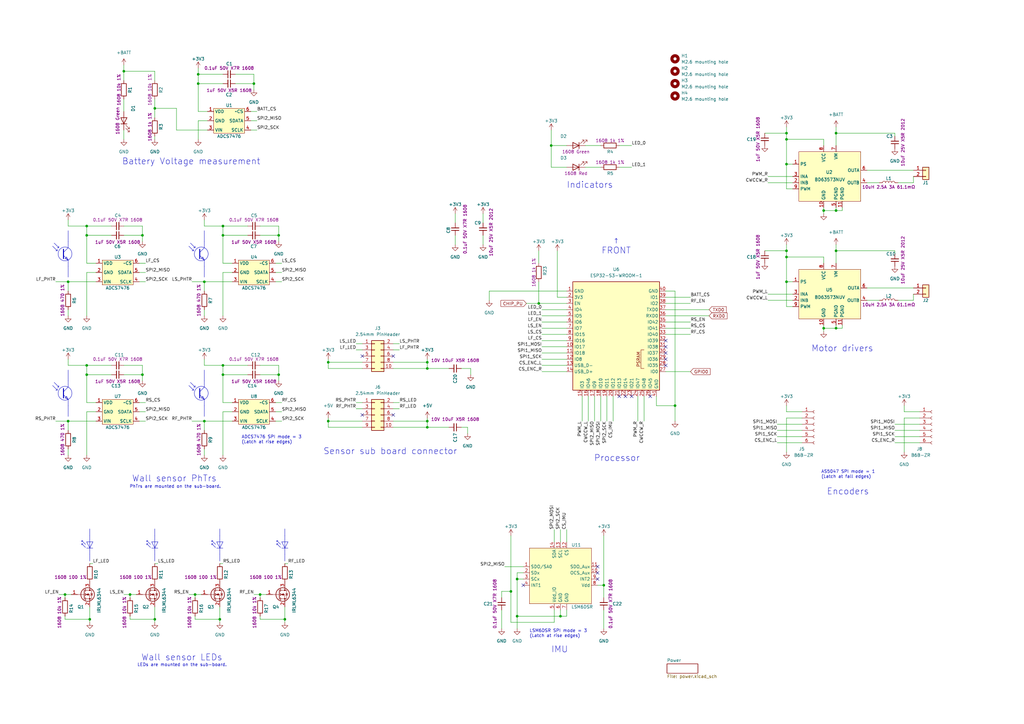
<source format=kicad_sch>
(kicad_sch (version 20250114) (generator "eeschema") (generator_version "9.0")
  (paper "A3")
  (bezier (pts (xy 81.915 104.775) (xy 81.915 104.775) (xy 83.82 106.68) (xy 83.82 106.68)))
  (bezier (pts (xy 27.94 106.68) (xy 27.94 106.68) (xy 27.94 109.22) (xy 27.94 109.22)))
  (bezier (pts (xy 21.59 100.965) (xy 21.59 100.965) (xy 23.495 102.87) (xy 23.495 102.87)))
  (bezier (pts (xy 38.1 222.25) (xy 38.1 222.25) (xy 36.83 224.79) (xy 36.83 224.79)))
  (bezier (pts (xy 77.47 100.965) (xy 77.47 100.965) (xy 79.375 102.87) (xy 79.375 102.87)))
  (bezier (pts (xy 26.035 161.925) (xy 26.035 161.925) (xy 27.94 163.83) (xy 27.94 163.83)))
  (bezier (pts (xy 83.82 156.21) (xy 83.82 156.21) (xy 83.82 158.75) (xy 83.82 158.75)))
  (bezier (pts (xy 81.915 102.235) (xy 81.915 102.235) (xy 81.915 106.045) (xy 81.915 106.045)) (stroke (width 0.4)))
  (bezier (pts (xy 36.83 227.33) (xy 36.83 227.33) (xy 36.83 219.71) (xy 36.83 219.71)))
  (bezier (pts (xy 79.375 101.6) (xy 80.01 101.6) (xy 80.01 101.6) (xy 80.01 101.6)))
  (bezier (pts (xy 63.5 227.33) (xy 63.5 227.33) (xy 63.5 219.71) (xy 63.5 219.71)))
  (bezier (pts (xy 60.198 221.742) (xy 60.198 221.742) (xy 61.722 223.266) (xy 61.722 223.266)))
  (circle (center 82.55 161.29) (radius 2.8398))
  (bezier (pts (xy 33.528 223.52) (xy 33.528 223.52) (xy 33.528 223.012) (xy 33.528 223.012)))
  (bezier (pts (xy 63.5 224.79) (xy 63.5 224.79) (xy 62.23 222.25) (xy 62.23 222.25)))
  (bezier (pts (xy 26.035 159.385) (xy 26.035 159.385) (xy 26.035 163.195) (xy 26.035 163.195)) (stroke (width 0.4)))
  (bezier (pts (xy 81.915 103.505) (xy 81.915 103.505) (xy 83.82 101.6) (xy 83.82 101.6)))
  (bezier (pts (xy 23.495 160.02) (xy 23.495 160.02) (xy 23.495 159.385) (xy 23.495 159.385)))
  (bezier (pts (xy 23.495 101.6) (xy 24.13 101.6) (xy 24.13 101.6) (xy 24.13 101.6)))
  (bezier (pts (xy 88.9 222.25) (xy 88.9 222.25) (xy 91.44 222.25) (xy 91.44 222.25)))
  (bezier (pts (xy 23.495 158.75) (xy 24.13 158.75) (xy 24.13 158.75) (xy 24.13 158.75)))
  (circle (center 82.55 104.14) (radius 2.8398))
  (bezier (pts (xy 81.915 159.385) (xy 81.915 159.385) (xy 81.915 163.195) (xy 81.915 163.195)) (stroke (width 0.4)))
  (bezier (pts (xy 64.77 222.25) (xy 64.77 222.25) (xy 63.5 224.79) (xy 63.5 224.79)))
  (bezier (pts (xy 82.55 106.045) (xy 82.55 106.045) (xy 83.185 105.41) (xy 83.185 105.41)))
  (bezier (pts (xy 35.56 222.25) (xy 35.56 222.25) (xy 38.1 222.25) (xy 38.1 222.25)))
  (bezier (pts (xy 82.55 163.195) (xy 82.55 163.195) (xy 83.185 162.56) (xy 83.185 162.56)))
  (bezier (pts (xy 22.225 99.695) (xy 22.225 99.695) (xy 24.13 101.6) (xy 24.13 101.6)))
  (bezier (pts (xy 35.56 224.79) (xy 35.56 224.79) (xy 38.1 224.79) (xy 38.1 224.79)))
  (bezier (pts (xy 21.59 158.115) (xy 21.59 158.115) (xy 23.495 160.02) (xy 23.495 160.02)))
  (bezier (pts (xy 33.528 221.742) (xy 33.528 221.742) (xy 34.036 221.742) (xy 34.036 221.742)))
  (bezier (pts (xy 26.035 102.235) (xy 26.035 102.235) (xy 26.035 106.045) (xy 26.035 106.045)) (stroke (width 0.4)))
  (bezier (pts (xy 83.82 163.83) (xy 83.82 163.83) (xy 83.82 166.37) (xy 83.82 166.37)))
  (bezier (pts (xy 22.86 160.02) (xy 23.495 160.02) (xy 23.495 160.02) (xy 23.495 160.02)))
  (bezier (pts (xy 86.868 223.012) (xy 86.868 223.012) (xy 87.376 223.012) (xy 87.376 223.012)))
  (bezier (pts (xy 26.67 163.195) (xy 26.67 163.195) (xy 27.305 162.56) (xy 27.305 162.56)))
  (bezier (pts (xy 22.86 102.87) (xy 23.495 102.87) (xy 23.495 102.87) (xy 23.495 102.87)))
  (bezier (pts (xy 83.185 162.56) (xy 83.185 162.56) (xy 83.82 163.83) (xy 83.82 163.83)))
  (bezier (pts (xy 60.198 221.742) (xy 60.198 221.742) (xy 60.706 221.742) (xy 60.706 221.742)))
  (bezier (pts (xy 33.528 221.742) (xy 33.528 221.742) (xy 35.052 223.266) (xy 35.052 223.266)))
  (bezier (pts (xy 26.67 106.045) (xy 26.67 106.045) (xy 27.94 106.68) (xy 27.94 106.68)))
  (bezier (pts (xy 80.01 100.965) (xy 80.01 100.965) (xy 80.01 101.6) (xy 80.01 101.6)))
  (bezier (pts (xy 86.868 222.25) (xy 86.868 221.742) (xy 86.868 221.742) (xy 86.868 221.742)))
  (bezier (pts (xy 33.528 222.25) (xy 33.528 221.742) (xy 33.528 221.742) (xy 33.528 221.742)))
  (bezier (pts (xy 24.13 158.115) (xy 24.13 158.115) (xy 24.13 158.75) (xy 24.13 158.75)))
  (bezier (pts (xy 26.67 163.195) (xy 26.67 163.195) (xy 27.94 163.83) (xy 27.94 163.83)))
  (bezier (pts (xy 79.375 102.87) (xy 79.375 102.87) (xy 79.375 102.235) (xy 79.375 102.235)))
  (bezier (pts (xy 82.55 106.045) (xy 82.55 106.045) (xy 83.82 106.68) (xy 83.82 106.68)))
  (bezier (pts (xy 77.47 158.115) (xy 77.47 158.115) (xy 79.375 160.02) (xy 79.375 160.02)))
  (bezier (pts (xy 83.82 99.06) (xy 83.82 99.06) (xy 83.82 101.6) (xy 83.82 101.6)))
  (bezier (pts (xy 116.84 227.33) (xy 116.84 227.33) (xy 116.84 219.71) (xy 116.84 219.71)))
  (bezier (pts (xy 79.375 158.75) (xy 80.01 158.75) (xy 80.01 158.75) (xy 80.01 158.75)))
  (bezier (pts (xy 83.82 106.68) (xy 83.82 106.68) (xy 83.82 109.22) (xy 83.82 109.22)))
  (bezier (pts (xy 27.305 162.56) (xy 27.305 162.56) (xy 27.94 163.83) (xy 27.94 163.83)))
  (bezier (pts (xy 27.94 99.06) (xy 27.94 99.06) (xy 27.94 101.6) (xy 27.94 101.6)))
  (bezier (pts (xy 79.375 160.02) (xy 79.375 160.02) (xy 79.375 159.385) (xy 79.375 159.385)))
  (bezier (pts (xy 78.74 102.87) (xy 79.375 102.87) (xy 79.375 102.87) (xy 79.375 102.87)))
  (bezier (pts (xy 86.868 221.742) (xy 86.868 221.742) (xy 88.392 223.266) (xy 88.392 223.266)))
  (bezier (pts (xy 36.83 224.79) (xy 36.83 224.79) (xy 35.56 222.25) (xy 35.56 222.25)))
  (bezier (pts (xy 113.538 221.742) (xy 113.538 221.742) (xy 114.046 221.742) (xy 114.046 221.742)))
  (bezier (pts (xy 33.528 223.012) (xy 33.528 223.012) (xy 35.052 224.536) (xy 35.052 224.536)))
  (bezier (pts (xy 113.538 223.012) (xy 113.538 223.012) (xy 114.046 223.012) (xy 114.046 223.012)))
  (bezier (pts (xy 33.528 223.012) (xy 33.528 223.012) (xy 34.036 223.012) (xy 34.036 223.012)))
  (bezier (pts (xy 90.17 224.79) (xy 90.17 224.79) (xy 88.9 222.25) (xy 88.9 222.25)))
  (bezier (pts (xy 81.915 160.655) (xy 81.915 160.655) (xy 83.82 158.75) (xy 83.82 158.75)))
  (bezier (pts (xy 115.57 224.79) (xy 115.57 224.79) (xy 118.11 224.79) (xy 118.11 224.79)))
  (bezier (pts (xy 78.105 156.845) (xy 78.105 156.845) (xy 80.01 158.75) (xy 80.01 158.75)))
  (bezier (pts (xy 78.74 160.02) (xy 79.375 160.02) (xy 79.375 160.02) (xy 79.375 160.02)))
  (circle (center 26.67 104.14) (radius 2.8398))
  (bezier (pts (xy 26.035 103.505) (xy 26.035 103.505) (xy 27.94 101.6) (xy 27.94 101.6)))
  (bezier (pts (xy 27.94 156.21) (xy 27.94 156.21) (xy 27.94 158.75) (xy 27.94 158.75)))
  (bezier (pts (xy 113.538 221.742) (xy 113.538 221.742) (xy 115.062 223.266) (xy 115.062 223.266)))
  (bezier (pts (xy 113.538 223.52) (xy 113.538 223.52) (xy 113.538 223.012) (xy 113.538 223.012)))
  (bezier (pts (xy 60.198 223.012) (xy 60.198 223.012) (xy 61.722 224.536) (xy 61.722 224.536)))
  (bezier (pts (xy 62.23 224.79) (xy 62.23 224.79) (xy 64.77 224.79) (xy 64.77 224.79)))
  (circle (center 26.67 161.29) (radius 2.8398))
  (bezier (pts (xy 83.185 105.41) (xy 83.185 105.41) (xy 83.82 106.68) (xy 83.82 106.68)))
  (bezier (pts (xy 113.538 222.25) (xy 113.538 221.742) (xy 113.538 221.742) (xy 113.538 221.742)))
  (bezier (pts (xy 27.94 163.83) (xy 27.94 163.83) (xy 27.94 166.37) (xy 27.94 166.37)))
  (bezier (pts (xy 91.44 222.25) (xy 91.44 222.25) (xy 90.17 224.79) (xy 90.17 224.79)))
  (bezier (pts (xy 26.035 104.775) (xy 26.035 104.775) (xy 27.94 106.68) (xy 27.94 106.68)))
  (bezier (pts (xy 60.198 223.52) (xy 60.198 223.52) (xy 60.198 223.012) (xy 60.198 223.012)))
  (bezier (pts (xy 26.67 106.045) (xy 26.67 106.045) (xy 27.305 105.41) (xy 27.305 105.41)))
  (bezier (pts (xy 60.198 223.012) (xy 60.198 223.012) (xy 60.706 223.012) (xy 60.706 223.012)))
  (bezier (pts (xy 115.57 222.25) (xy 115.57 222.25) (xy 118.11 222.25) (xy 118.11 222.25)))
  (bezier (pts (xy 113.538 223.012) (xy 113.538 223.012) (xy 115.062 224.536) (xy 115.062 224.536)))
  (bezier (pts (xy 26.035 160.655) (xy 26.035 160.655) (xy 27.94 158.75) (xy 27.94 158.75)))
  (bezier (pts (xy 116.84 224.79) (xy 116.84 224.79) (xy 115.57 222.25) (xy 115.57 222.25)))
  (bezier (pts (xy 62.23 222.25) (xy 62.23 222.25) (xy 64.77 222.25) (xy 64.77 222.25)))
  (bezier (pts (xy 24.13 100.965) (xy 24.13 100.965) (xy 24.13 101.6) (xy 24.13 101.6)))
  (bezier (pts (xy 60.198 222.25) (xy 60.198 221.742) (xy 60.198 221.742) (xy 60.198 221.742)))
  (bezier (pts (xy 80.01 158.115) (xy 80.01 158.115) (xy 80.01 158.75) (xy 80.01 158.75)))
  (bezier (pts (xy 27.305 105.41) (xy 27.305 105.41) (xy 27.94 106.68) (xy 27.94 106.68)))
  (bezier (pts (xy 118.11 222.25) (xy 118.11 222.25) (xy 116.84 224.79) (xy 116.84 224.79)))
  (bezier (pts (xy 88.9 224.79) (xy 88.9 224.79) (xy 91.44 224.79) (xy 91.44 224.79)))
  (bezier (pts (xy 22.225 156.845) (xy 22.225 156.845) (xy 24.13 158.75) (xy 24.13 158.75)))
  (bezier (pts (xy 78.105 99.695) (xy 78.105 99.695) (xy 80.01 101.6) (xy 80.01 101.6)))
  (bezier (pts (xy 81.915 161.925) (xy 81.915 161.925) (xy 83.82 163.83) (xy 83.82 163.83)))
  (bezier (pts (xy 86.868 223.52) (xy 86.868 223.52) (xy 86.868 223.012) (xy 86.868 223.012)))
  (bezier (pts (xy 90.17 227.33) (xy 90.17 227.33) (xy 90.17 219.71) (xy 90.17 219.71)))
  (bezier (pts (xy 23.495 102.87) (xy 23.495 102.87) (xy 23.495 102.235) (xy 23.495 102.235)))
  (bezier (pts (xy 86.868 221.742) (xy 86.868 221.742) (xy 87.376 221.742) (xy 87.376 221.742)))
  (bezier (pts (xy 82.55 163.195) (xy 82.55 163.195) (xy 83.82 163.83) (xy 83.82 163.83)))
  (bezier (pts (xy 86.868 223.012) (xy 86.868 223.012) (xy 88.392 224.536) (xy 88.392 224.536)))
  (text "IMU" (at 226.06 267.97 0) (effects (font (size 2.54 2.54)) (justify left bottom)))
  (text "Wall sensor LEDs" (at 57.912 271.272 0) (effects (font (size 2.54 2.54)) (justify left bottom)))
  (text "PhTrs are mounted on the sub-board." (at 71.882 199.644 0) (effects (font (size 1.27 1.27))))
  (text "AS5047 SPI mode = 1\n(Latch at fall edges)" (at 336.804 196.342 0) (effects (font (size 1.27 1.27)) (justify left bottom)))
  (text "Indicators" (at 232.41 77.47 0) (effects (font (size 2.54 2.54)) (justify left bottom)))
  (text "Processor" (at 243.586 189.484 0) (effects (font (size 2.54 2.54)) (justify left bottom)))
  (text "LEDs are mounted on the sub-board." (at 74.676 272.796 0) (effects (font (size 1.27 1.27))))
  (text "Battery Voltage measurement" (at 50.038 67.818 0) (effects (font (size 2.54 2.54)) (justify left bottom)))
  (text "Sensor sub board connector" (at 132.588 186.69 0) (effects (font (size 2.54 2.54)) (justify left bottom)))
  (text "LSM6DSR SPI mode = 3\n(Latch at rise edges)" (at 217.17 261.62 0) (effects (font (size 1.27 1.27)) (justify left bottom)))
  (text "Motor drivers" (at 332.74 144.526 0) (effects (font (size 2.54 2.54)) (justify left bottom)))
  (text "Wall sensor PhTrs" (at 54.102 197.866 0) (effects (font (size 2.54 2.54)) (justify left bottom)))
  (text "Encoders" (at 339.09 203.2 0) (effects (font (size 2.54 2.54)) (justify left bottom)))
  (text "↑\nFRONT" (at 252.73 104.394 0) (effects (font (size 2.54 2.54)) (justify bottom)))
  (text "ADCS7476 SPI mode = 3\n(Latch at rise edges)" (at 99.06 182.118 0) (effects (font (size 1.27 1.27)) (justify left bottom)))
  (junction (at 91.44 92.71))
  (junction (at 342.9 134.62))
  (junction (at 50.8 29.21))
  (junction (at 80.01 243.84))
  (junction (at 81.28 34.29))
  (junction (at 35.56 92.71))
  (junction (at 106.68 243.84))
  (junction (at 91.44 153.67))
  (junction (at 35.56 96.52))
  (junction (at 35.56 153.67))
  (junction (at 81.28 30.48))
  (junction (at 58.42 96.52))
  (junction (at 26.67 243.84))
  (junction (at 212.09 252.73))
  (junction (at 27.94 172.72))
  (junction (at 90.17 254))
  (junction (at 116.84 254))
  (junction (at 229.87 252.73))
  (junction (at 36.83 254))
  (junction (at 322.58 67.31))
  (junction (at 322.58 102.87))
  (junction (at 175.26 175.26))
  (junction (at 342.9 102.87))
  (junction (at 58.42 153.67))
  (junction (at 337.82 134.62))
  (junction (at 226.06 59.69))
  (junction (at 322.58 115.57))
  (junction (at 209.55 242.57))
  (junction (at 342.9 54.61))
  (junction (at 220.98 124.46))
  (junction (at 276.86 166.37))
  (junction (at 114.3 96.52))
  (junction (at 114.3 153.67))
  (junction (at 175.26 148.59))
  (junction (at 35.56 149.86))
  (junction (at 175.26 172.72))
  (junction (at 83.82 115.57))
  (junction (at 91.44 149.86))
  (junction (at 53.34 243.84))
  (junction (at 83.82 172.72))
  (junction (at 322.58 105.41))
  (junction (at 175.26 151.13))
  (junction (at 63.5 44.45))
  (junction (at 134.62 148.59))
  (junction (at 134.62 172.72))
  (junction (at 212.09 237.49))
  (junction (at 63.5 254))
  (junction (at 27.94 115.57))
  (junction (at 322.58 57.15))
  (junction (at 104.14 34.29))
  (junction (at 322.58 54.61))
  (junction (at 247.65 240.03))
  (junction (at 91.44 96.52))
  (junction (at 342.9 86.36))
  (junction (at 337.82 86.36))
  (no_connect (at 161.29 146.05))
  (no_connect (at 148.59 146.05))
  (no_connect (at 256.54 162.56))
  (no_connect (at 259.08 162.56))
  (no_connect (at 214.63 240.03))
  (no_connect (at 273.05 149.86))
  (no_connect (at 273.05 139.7))
  (no_connect (at 273.05 144.78))
  (no_connect (at 245.11 234.95))
  (no_connect (at 266.7 162.56))
  (no_connect (at 273.05 142.24))
  (no_connect (at 245.11 232.41))
  (no_connect (at 148.59 170.18))
  (no_connect (at 254 162.56))
  (no_connect (at 161.29 170.18))
  (no_connect (at 273.05 147.32))
  (no_connect (at 245.11 237.49))
  (wire (pts (xy 273.05 124.46) (xy 283.21 124.46)))
  (wire (pts (xy 222.25 149.86) (xy 232.41 149.86)))
  (polyline (pts (xy 36.83 227.33) (xy 36.83 230.124)))
  (wire (pts (xy 226.06 59.69) (xy 226.06 68.58)))
  (wire (pts (xy 342.9 102.87) (xy 367.03 102.87)))
  (wire (pts (xy 63.5 231.14) (xy 64.77 231.14)))
  (wire (pts (xy 222.25 132.08) (xy 232.41 132.08)))
  (wire (pts (xy 205.74 242.57) (xy 209.55 242.57)))
  (wire (pts (xy 322.58 115.57) (xy 322.58 125.73)))
  (wire (pts (xy 27.94 172.72) (xy 27.94 176.53)))
  (wire (pts (xy 226.06 68.58) (xy 232.41 68.58)))
  (wire (pts (xy 90.17 255.27) (xy 90.17 254)))
  (wire (pts (xy 134.62 175.26) (xy 148.59 175.26)))
  (wire (pts (xy 35.56 168.91) (xy 39.37 168.91)))
  (wire (pts (xy 50.8 40.64) (xy 50.8 45.72)))
  (wire (pts (xy 91.44 111.76) (xy 95.25 111.76)))
  (wire (pts (xy 50.8 26.67) (xy 50.8 29.21)))
  (wire (pts (xy 91.44 153.67) (xy 91.44 165.1)))
  (wire (pts (xy 342.9 134.62) (xy 345.44 134.62)))
  (wire (pts (xy 163.83 140.97) (xy 161.29 140.97)))
  (wire (pts (xy 222.25 129.54) (xy 232.41 129.54)))
  (wire (pts (xy 212.09 252.73) (xy 212.09 257.81)))
  (wire (pts (xy 91.44 92.71) (xy 91.44 96.52)))
  (wire (pts (xy 245.11 240.03) (xy 247.65 240.03)))
  (wire (pts (xy 24.13 243.84) (xy 26.67 243.84)))
  (wire (pts (xy 355.6 69.85) (xy 374.65 69.85)))
  (wire (pts (xy 232.41 119.38) (xy 200.66 119.38)))
  (wire (pts (xy 90.17 231.14) (xy 91.44 231.14)))
  (wire (pts (xy 114.3 92.71) (xy 106.68 92.71)))
  (wire (pts (xy 337.82 86.36) (xy 337.82 87.63)))
  (wire (pts (xy 367.03 176.53) (xy 377.19 176.53)))
  (wire (pts (xy 189.23 151.13) (xy 193.04 151.13)))
  (wire (pts (xy 134.62 147.32) (xy 134.62 148.59)))
  (wire (pts (xy 58.42 156.21) (xy 58.42 153.67)))
  (wire (pts (xy 134.62 172.72) (xy 134.62 175.26)))
  (wire (pts (xy 342.9 102.87) (xy 342.9 107.95)))
  (wire (pts (xy 27.94 127) (xy 27.94 129.54)))
  (wire (pts (xy 355.6 118.11) (xy 374.65 118.11)))
  (polyline (pts (xy 27.94 166.37) (xy 27.94 170.815)))
  (wire (pts (xy 113.03 111.76) (xy 115.57 111.76)))
  (wire (pts (xy 91.44 149.86) (xy 83.82 149.86)))
  (wire (pts (xy 228.6 121.92) (xy 232.41 121.92)))
  (wire (pts (xy 36.83 254) (xy 26.67 254)))
  (wire (pts (xy 367.03 173.99) (xy 377.19 173.99)))
  (wire (pts (xy 27.94 172.72) (xy 39.37 172.72)))
  (wire (pts (xy 322.58 100.33) (xy 322.58 102.87)))
  (wire (pts (xy 205.74 245.11) (xy 205.74 242.57)))
  (wire (pts (xy 134.62 172.72) (xy 134.62 171.45)))
  (wire (pts (xy 186.69 87.63) (xy 186.69 91.44)))
  (wire (pts (xy 222.25 142.24) (xy 232.41 142.24)))
  (wire (pts (xy 318.77 173.99) (xy 328.93 173.99)))
  (wire (pts (xy 337.82 85.09) (xy 337.82 86.36)))
  (wire (pts (xy 36.83 231.14) (xy 38.1 231.14)))
  (wire (pts (xy 83.82 172.72) (xy 95.25 172.72)))
  (wire (pts (xy 163.83 165.1) (xy 161.29 165.1)))
  (polyline (pts (xy 83.82 109.22) (xy 83.82 113.665)))
  (wire (pts (xy 102.87 53.34) (xy 105.41 53.34)))
  (polyline (pts (xy 90.17 227.33) (xy 90.17 230.124)))
  (wire (pts (xy 57.15 111.76) (xy 59.69 111.76)))
  (wire (pts (xy 148.59 172.72) (xy 134.62 172.72)))
  (wire (pts (xy 83.82 92.71) (xy 91.44 92.71)))
  (wire (pts (xy 22.86 172.72) (xy 27.94 172.72)))
  (wire (pts (xy 276.86 119.38) (xy 276.86 166.37)))
  (wire (pts (xy 58.42 99.06) (xy 58.42 96.52)))
  (wire (pts (xy 175.26 175.26) (xy 161.29 175.26)))
  (wire (pts (xy 91.44 149.86) (xy 101.6 149.86)))
  (wire (pts (xy 226.06 53.34) (xy 226.06 59.69)))
  (wire (pts (xy 254 59.69) (xy 259.08 59.69)))
  (wire (pts (xy 322.58 57.15) (xy 322.58 67.31)))
  (wire (pts (xy 273.05 127) (xy 290.83 127)))
  (wire (pts (xy 106.68 96.52) (xy 114.3 96.52)))
  (wire (pts (xy 113.03 107.95) (xy 115.57 107.95)))
  (wire (pts (xy 91.44 96.52) (xy 91.44 107.95)))
  (wire (pts (xy 58.42 153.67) (xy 58.42 149.86)))
  (wire (pts (xy 215.9 124.46) (xy 220.98 124.46)))
  (wire (pts (xy 314.96 120.65) (xy 325.12 120.65)))
  (wire (pts (xy 81.28 49.53) (xy 85.09 49.53)))
  (wire (pts (xy 114.3 153.67) (xy 114.3 149.86)))
  (wire (pts (xy 22.86 115.57) (xy 27.94 115.57)))
  (wire (pts (xy 27.94 92.71) (xy 35.56 92.71)))
  (wire (pts (xy 222.25 139.7) (xy 232.41 139.7)))
  (wire (pts (xy 345.44 134.62) (xy 345.44 133.35)))
  (polyline (pts (xy 83.82 94.615) (xy 83.82 99.06)))
  (wire (pts (xy 53.34 243.84) (xy 53.34 245.11)))
  (wire (pts (xy 83.82 184.15) (xy 83.82 186.69)))
  (wire (pts (xy 232.41 252.73) (xy 232.41 250.19)))
  (wire (pts (xy 214.63 234.95) (xy 212.09 234.95)))
  (wire (pts (xy 228.6 102.87) (xy 228.6 121.92)))
  (wire (pts (xy 35.56 111.76) (xy 39.37 111.76)))
  (wire (pts (xy 247.65 250.19) (xy 247.65 257.81)))
  (wire (pts (xy 50.8 29.21) (xy 50.8 33.02)))
  (wire (pts (xy 114.3 149.86) (xy 106.68 149.86)))
  (wire (pts (xy 212.09 234.95) (xy 212.09 237.49)))
  (wire (pts (xy 342.9 86.36) (xy 345.44 86.36)))
  (wire (pts (xy 134.62 151.13) (xy 148.59 151.13)))
  (wire (pts (xy 345.44 85.09) (xy 345.44 86.36)))
  (wire (pts (xy 367.03 179.07) (xy 377.19 179.07)))
  (wire (pts (xy 35.56 165.1) (xy 39.37 165.1)))
  (wire (pts (xy 35.56 107.95) (xy 39.37 107.95)))
  (wire (pts (xy 78.74 115.57) (xy 83.82 115.57)))
  (wire (pts (xy 337.82 57.15) (xy 322.58 57.15)))
  (wire (pts (xy 175.26 148.59) (xy 175.26 147.32)))
  (wire (pts (xy 360.68 74.93) (xy 355.6 74.93)))
  (wire (pts (xy 81.28 30.48) (xy 91.44 30.48)))
  (wire (pts (xy 374.65 74.93) (xy 374.65 72.39)))
  (polyline (pts (xy 63.5 227.33) (xy 63.5 230.124)))
  (wire (pts (xy 248.92 172.72) (xy 248.92 162.56)))
  (wire (pts (xy 58.42 149.86) (xy 50.8 149.86)))
  (wire (pts (xy 50.8 96.52) (xy 58.42 96.52)))
  (wire (pts (xy 114.3 156.21) (xy 114.3 153.67)))
  (wire (pts (xy 273.05 137.16) (xy 283.21 137.16)))
  (wire (pts (xy 148.59 165.1) (xy 146.05 165.1)))
  (wire (pts (xy 91.44 168.91) (xy 95.25 168.91)))
  (wire (pts (xy 370.84 185.42) (xy 370.84 171.45)))
  (wire (pts (xy 58.42 96.52) (xy 58.42 92.71)))
  (wire (pts (xy 367.03 54.61) (xy 367.03 55.88)))
  (wire (pts (xy 314.96 72.39) (xy 325.12 72.39)))
  (wire (pts (xy 163.83 167.64) (xy 161.29 167.64)))
  (wire (pts (xy 35.56 186.69) (xy 35.56 168.91)))
  (wire (pts (xy 96.52 34.29) (xy 104.14 34.29)))
  (wire (pts (xy 81.28 57.15) (xy 81.28 49.53)))
  (wire (pts (xy 273.05 132.08) (xy 283.21 132.08)))
  (wire (pts (xy 35.56 96.52) (xy 35.56 107.95)))
  (wire (pts (xy 241.3 172.72) (xy 241.3 162.56)))
  (wire (pts (xy 27.94 115.57) (xy 27.94 119.38)))
  (wire (pts (xy 246.38 172.72) (xy 246.38 162.56)))
  (wire (pts (xy 191.77 177.8) (xy 191.77 175.26)))
  (wire (pts (xy 81.28 45.72) (xy 85.09 45.72)))
  (wire (pts (xy 314.96 123.19) (xy 325.12 123.19)))
  (wire (pts (xy 63.5 40.64) (xy 63.5 44.45)))
  (wire (pts (xy 186.69 96.52) (xy 186.69 100.33)))
  (wire (pts (xy 91.44 96.52) (xy 101.6 96.52)))
  (wire (pts (xy 57.15 168.91) (xy 59.69 168.91)))
  (wire (pts (xy 322.58 115.57) (xy 325.12 115.57)))
  (wire (pts (xy 72.39 53.34) (xy 85.09 53.34)))
  (wire (pts (xy 35.56 149.86) (xy 35.56 153.67)))
  (wire (pts (xy 229.87 250.19) (xy 229.87 252.73)))
  (wire (pts (xy 222.25 144.78) (xy 232.41 144.78)))
  (wire (pts (xy 322.58 166.37) (xy 322.58 168.91)))
  (wire (pts (xy 342.9 52.07) (xy 342.9 54.61)))
  (wire (pts (xy 148.59 140.97) (xy 146.05 140.97)))
  (wire (pts (xy 227.33 255.27) (xy 209.55 255.27)))
  (wire (pts (xy 222.25 134.62) (xy 232.41 134.62)))
  (wire (pts (xy 227.33 217.17) (xy 227.33 222.25)))
  (polyline (pts (xy 27.94 94.615) (xy 27.94 99.06)))
  (wire (pts (xy 222.25 127) (xy 232.41 127)))
  (wire (pts (xy 81.28 30.48) (xy 81.28 27.94)))
  (wire (pts (xy 238.76 172.72) (xy 238.76 162.56)))
  (wire (pts (xy 114.3 96.52) (xy 114.3 92.71)))
  (wire (pts (xy 83.82 172.72) (xy 83.82 176.53)))
  (wire (pts (xy 251.46 172.72) (xy 251.46 162.56)))
  (wire (pts (xy 91.44 186.69) (xy 91.44 168.91)))
  (wire (pts (xy 91.44 149.86) (xy 91.44 153.67)))
  (wire (pts (xy 355.6 123.19) (xy 360.68 123.19)))
  (wire (pts (xy 212.09 237.49) (xy 212.09 252.73)))
  (wire (pts (xy 220.98 102.87) (xy 220.98 107.95)))
  (wire (pts (xy 80.01 254) (xy 80.01 252.73)))
  (wire (pts (xy 26.67 254) (xy 26.67 252.73)))
  (wire (pts (xy 367.03 102.87) (xy 367.03 104.14)))
  (wire (pts (xy 102.87 45.72) (xy 105.41 45.72)))
  (wire (pts (xy 342.9 54.61) (xy 342.9 59.69)))
  (wire (pts (xy 26.67 243.84) (xy 26.67 245.11)))
  (wire (pts (xy 240.03 59.69) (xy 246.38 59.69)))
  (wire (pts (xy 273.05 129.54) (xy 290.83 129.54)))
  (wire (pts (xy 322.58 52.07) (xy 322.58 54.61)))
  (polyline (pts (xy 27.94 151.765) (xy 27.94 156.21)))
  (wire (pts (xy 374.65 123.19) (xy 374.65 120.65)))
  (wire (pts (xy 90.17 254) (xy 80.01 254)))
  (wire (pts (xy 113.03 168.91) (xy 115.57 168.91)))
  (wire (pts (xy 189.23 175.26) (xy 191.77 175.26)))
  (wire (pts (xy 276.86 166.37) (xy 269.24 166.37)))
  (wire (pts (xy 175.26 151.13) (xy 184.15 151.13)))
  (wire (pts (xy 29.21 243.84) (xy 26.67 243.84)))
  (polyline (pts (xy 36.83 216.916) (xy 36.83 219.71)))
  (polyline (pts (xy 116.84 227.33) (xy 116.84 230.124)))
  (wire (pts (xy 116.84 254) (xy 106.68 254)))
  (wire (pts (xy 53.34 254) (xy 53.34 252.73)))
  (polyline (pts (xy 27.94 109.22) (xy 27.94 113.665)))
  (wire (pts (xy 83.82 115.57) (xy 95.25 115.57)))
  (wire (pts (xy 63.5 255.27) (xy 63.5 254)))
  (wire (pts (xy 368.3 74.93) (xy 374.65 74.93)))
  (wire (pts (xy 337.82 59.69) (xy 337.82 57.15)))
  (wire (pts (xy 91.44 153.67) (xy 101.6 153.67)))
  (wire (pts (xy 35.56 153.67) (xy 45.72 153.67)))
  (wire (pts (xy 247.65 219.71) (xy 247.65 240.03)))
  (wire (pts (xy 322.58 125.73) (xy 325.12 125.73)))
  (wire (pts (xy 322.58 168.91) (xy 328.93 168.91)))
  (wire (pts (xy 322.58 185.42) (xy 322.58 171.45)))
  (wire (pts (xy 55.88 243.84) (xy 53.34 243.84)))
  (wire (pts (xy 35.56 92.71) (xy 35.56 96.52)))
  (wire (pts (xy 200.66 119.38) (xy 200.66 123.19)))
  (wire (pts (xy 368.3 123.19) (xy 374.65 123.19)))
  (wire (pts (xy 220.98 115.57) (xy 220.98 124.46)))
  (wire (pts (xy 318.77 176.53) (xy 328.93 176.53)))
  (polyline (pts (xy 90.17 216.916) (xy 90.17 219.71)))
  (wire (pts (xy 322.58 171.45) (xy 328.93 171.45)))
  (wire (pts (xy 175.26 151.13) (xy 161.29 151.13)))
  (wire (pts (xy 220.98 124.46) (xy 232.41 124.46)))
  (wire (pts (xy 342.9 100.33) (xy 342.9 102.87)))
  (wire (pts (xy 104.14 243.84) (xy 106.68 243.84)))
  (wire (pts (xy 337.82 134.62) (xy 342.9 134.62)))
  (wire (pts (xy 322.58 67.31) (xy 322.58 77.47)))
  (wire (pts (xy 269.24 166.37) (xy 269.24 162.56)))
  (wire (pts (xy 229.87 217.17) (xy 229.87 222.25)))
  (wire (pts (xy 35.56 149.86) (xy 45.72 149.86)))
  (wire (pts (xy 370.84 166.37) (xy 370.84 168.91)))
  (wire (pts (xy 114.3 99.06) (xy 114.3 96.52)))
  (wire (pts (xy 273.05 152.4) (xy 283.21 152.4)))
  (polyline (pts (xy 116.84 216.916) (xy 116.84 219.71)))
  (wire (pts (xy 134.62 148.59) (xy 134.62 151.13)))
  (wire (pts (xy 113.03 115.57) (xy 115.57 115.57)))
  (polyline (pts (xy 63.5 216.916) (xy 63.5 219.71)))
  (wire (pts (xy 35.56 129.54) (xy 35.56 111.76)))
  (wire (pts (xy 247.65 240.03) (xy 247.65 245.11)))
  (wire (pts (xy 27.94 90.17) (xy 27.94 92.71)))
  (wire (pts (xy 175.26 172.72) (xy 175.26 175.26)))
  (wire (pts (xy 313.69 54.61) (xy 322.58 54.61)))
  (wire (pts (xy 83.82 90.17) (xy 83.82 92.71)))
  (wire (pts (xy 212.09 237.49) (xy 214.63 237.49)))
  (wire (pts (xy 106.68 153.67) (xy 114.3 153.67)))
  (wire (pts (xy 106.68 243.84) (xy 106.68 245.11)))
  (wire (pts (xy 342.9 54.61) (xy 367.03 54.61)))
  (wire (pts (xy 163.83 143.51) (xy 161.29 143.51)))
  (wire (pts (xy 36.83 255.27) (xy 36.83 254)))
  (wire (pts (xy 318.77 181.61) (xy 328.93 181.61)))
  (wire (pts (xy 337.82 86.36) (xy 342.9 86.36)))
  (wire (pts (xy 80.01 243.84) (xy 80.01 245.11)))
  (wire (pts (xy 63.5 55.88) (xy 63.5 57.15)))
  (wire (pts (xy 175.26 172.72) (xy 161.29 172.72)))
  (wire (pts (xy 222.25 147.32) (xy 232.41 147.32)))
  (wire (pts (xy 276.86 166.37) (xy 276.86 172.72)))
  (wire (pts (xy 113.03 172.72) (xy 115.57 172.72)))
  (wire (pts (xy 91.44 129.54) (xy 91.44 111.76)))
  (wire (pts (xy 227.33 250.19) (xy 227.33 255.27)))
  (wire (pts (xy 134.62 148.59) (xy 148.59 148.59)))
  (wire (pts (xy 175.26 175.26) (xy 184.15 175.26)))
  (wire (pts (xy 264.16 172.72) (xy 264.16 162.56)))
  (wire (pts (xy 78.74 172.72) (xy 83.82 172.72)))
  (wire (pts (xy 106.68 254) (xy 106.68 252.73)))
  (wire (pts (xy 27.94 147.32) (xy 27.94 149.86)))
  (wire (pts (xy 77.47 243.84) (xy 80.01 243.84)))
  (wire (pts (xy 109.22 243.84) (xy 106.68 243.84)))
  (wire (pts (xy 209.55 219.71) (xy 209.55 242.57)))
  (wire (pts (xy 148.59 143.51) (xy 146.05 143.51)))
  (wire (pts (xy 82.55 243.84) (xy 80.01 243.84)))
  (wire (pts (xy 91.44 107.95) (xy 95.25 107.95)))
  (wire (pts (xy 63.5 254) (xy 53.34 254)))
  (wire (pts (xy 207.01 232.41) (xy 214.63 232.41)))
  (wire (pts (xy 104.14 36.83) (xy 104.14 34.29)))
  (wire (pts (xy 57.15 115.57) (xy 59.69 115.57)))
  (wire (pts (xy 81.28 30.48) (xy 81.28 34.29)))
  (wire (pts (xy 83.82 147.32) (xy 83.82 149.86)))
  (wire (pts (xy 72.39 53.34) (xy 72.39 44.45)))
  (wire (pts (xy 57.15 165.1) (xy 59.69 165.1)))
  (wire (pts (xy 322.58 67.31) (xy 325.12 67.31)))
  (wire (pts (xy 81.28 34.29) (xy 91.44 34.29)))
  (wire (pts (xy 27.94 115.57) (xy 39.37 115.57)))
  (wire (pts (xy 273.05 119.38) (xy 276.86 119.38)))
  (wire (pts (xy 175.26 148.59) (xy 175.26 151.13)))
  (wire (pts (xy 104.14 30.48) (xy 96.52 30.48)))
  (wire (pts (xy 81.28 34.29) (xy 81.28 45.72)))
  (wire (pts (xy 91.44 92.71) (xy 101.6 92.71)))
  (wire (pts (xy 205.74 250.19) (xy 205.74 257.81)))
  (wire (pts (xy 337.82 134.62) (xy 337.82 135.89)))
  (wire (pts (xy 273.05 121.92) (xy 283.21 121.92)))
  (polyline (pts (xy 83.82 166.37) (xy 83.82 170.815)))
  (wire (pts (xy 50.8 243.84) (xy 53.34 243.84)))
  (wire (pts (xy 91.44 165.1) (xy 95.25 165.1)))
  (wire (pts (xy 58.42 92.71) (xy 50.8 92.71)))
  (wire (pts (xy 36.83 248.92) (xy 36.83 254)))
  (wire (pts (xy 222.25 152.4) (xy 232.41 152.4)))
  (wire (pts (xy 226.06 59.69) (xy 232.41 59.69)))
  (wire (pts (xy 116.84 248.92) (xy 116.84 254)))
  (wire (pts (xy 232.41 217.17) (xy 232.41 222.25)))
  (wire (pts (xy 254 68.58) (xy 259.08 68.58)))
  (wire (pts (xy 35.56 92.71) (xy 45.72 92.71)))
  (wire (pts (xy 50.8 53.34) (xy 50.8 57.15)))
  (wire (pts (xy 102.87 49.53) (xy 105.41 49.53)))
  (wire (pts (xy 50.8 153.67) (xy 58.42 153.67)))
  (wire (pts (xy 322.58 77.47) (xy 325.12 77.47)))
  (wire (pts (xy 337.82 107.95) (xy 337.82 105.41)))
  (wire (pts (xy 337.82 133.35) (xy 337.82 134.62)))
  (wire (pts (xy 113.03 165.1) (xy 115.57 165.1)))
  (wire (pts (xy 322.58 54.61) (xy 322.58 57.15)))
  (wire (pts (xy 322.58 102.87) (xy 322.58 105.41)))
  (wire (pts (xy 57.15 107.95) (xy 59.69 107.95)))
  (wire (pts (xy 116.84 231.14) (xy 118.11 231.14)))
  (wire (pts (xy 27.94 184.15) (xy 27.94 186.69)))
  (wire (pts (xy 83.82 115.57) (xy 83.82 119.38)))
  (wire (pts (xy 370.84 171.45) (xy 377.19 171.45)))
  (wire (pts (xy 35.56 96.52) (xy 45.72 96.52)))
  (wire (pts (xy 35.56 153.67) (xy 35.56 165.1)))
  (wire (pts (xy 63.5 29.21) (xy 63.5 33.02)))
  (wire (pts (xy 322.58 105.41) (xy 322.58 115.57)))
  (wire (pts (xy 337.82 105.41) (xy 322.58 105.41)))
  (wire (pts (xy 367.03 181.61) (xy 377.19 181.61)))
  (wire (pts (xy 370.84 168.91) (xy 377.19 168.91)))
  (wire (pts (xy 222.25 137.16) (xy 232.41 137.16)))
  (wire (pts (xy 313.69 102.87) (xy 322.58 102.87)))
  (wire (pts (xy 318.77 179.07) (xy 328.93 179.07)))
  (wire (pts (xy 50.8 29.21) (xy 63.5 29.21)))
  (wire (pts (xy 229.87 252.73) (xy 232.41 252.73)))
  (wire (pts (xy 104.14 34.29) (xy 104.14 30.48)))
  (wire (pts (xy 209.55 242.57) (xy 209.55 255.27)))
  (wire (pts (xy 175.26 171.45) (xy 175.26 172.72)))
  (wire (pts (xy 198.12 96.52) (xy 198.12 100.33)))
  (wire (pts (xy 90.17 248.92) (xy 90.17 254)))
  (polyline (pts (xy 83.82 151.765) (xy 83.82 156.21)))
  (wire (pts (xy 273.05 134.62) (xy 283.21 134.62)))
  (wire (pts (xy 57.15 172.72) (xy 59.69 172.72)))
  (wire (pts (xy 63.5 44.45) (xy 63.5 48.26)))
  (wire (pts (xy 240.03 68.58) (xy 246.38 68.58)))
  (wire (pts (xy 342.9 86.36) (xy 342.9 85.09)))
  (wire (pts (xy 27.94 149.86) (xy 35.56 149.86)))
  (wire (pts (xy 261.62 172.72) (xy 261.62 162.56)))
  (wire (pts (xy 63.5 248.92) (xy 63.5 254)))
  (wire (pts (xy 83.82 127) (xy 83.82 129.54)))
  (wire (pts (xy 314.96 74.93) (xy 325.12 74.93)))
  (wire (pts (xy 161.29 148.59) (xy 175.26 148.59)))
  (wire (pts (xy 342.9 134.62) (xy 342.9 133.35)))
  (wire (pts (xy 63.5 44.45) (xy 72.39 44.45)))
  (wire (pts (xy 212.09 252.73) (xy 229.87 252.73)))
  (wire (pts (xy 148.59 167.64) (xy 146.05 167.64)))
  (wire (pts (xy 193.04 153.67) (xy 193.04 151.13)))
  (wire (pts (xy 116.84 255.27) (xy 116.84 254)))
  (wire (pts (xy 198.12 87.63) (xy 198.12 91.44)))
  (wire (pts (xy 243.84 172.72) (xy 243.84 162.56)))
  (label "SPI2_MOSI" (at 227.33 217.17 90))
  (label "SPI1_SCK" (at 318.77 179.07 180))
  (label "RS_PHTR" (at 22.86 172.72 180))
  (label "LS_EN" (at 222.25 134.62 180))
  (label "RF_EN" (at 283.21 124.46 0))
  (label "RS_CS" (at 283.21 134.62 0))
  (label "SPI2_SCK" (at 248.92 172.72 270))
  (label "RF_LED" (at 118.11 231.14 0))
  (label "LED_0" (at 259.08 59.69 0))
  (label "SPI1_MISO" (at 318.77 176.53 180))
  (label "LS_LED" (at 64.77 231.14 0))
  (label "CWCCW_L" (at 314.96 123.19 180))
  (label "LF_CS" (at 59.69 107.95 0))
  (label "RS_CS" (at 59.69 165.1 0))
  (label "SPI2_MISO" (at 105.41 49.53 0))
  (label "LS_CS" (at 115.57 107.95 0))
  (label "LF_PHTR" (at 163.83 143.51 0))
  (label "CS_ENC_L" (at 222.25 149.86 180))
  (label "SPI1_MISO" (at 222.25 144.78 180))
  (label "LF_PHTR" (at 22.86 115.57 180))
  (label "LF_EN" (at 24.13 243.84 180))
  (label "SPI2_SCK" (at 115.57 115.57 0))
  (label "SPI2_SCK" (at 115.57 172.72 0))
  (label "LS_LED" (at 146.05 140.97 180))
  (label "SPI2_MISO" (at 115.57 111.76 0))
  (label "LED_0" (at 222.25 127 180))
  (label "CS_IMU" (at 232.41 217.17 90))
  (label "SPI2_MISO" (at 59.69 111.76 0))
  (label "SPI2_SCK" (at 229.87 217.17 90))
  (label "PWM_L" (at 314.96 120.65 180))
  (label "RS_EN" (at 77.47 243.84 180))
  (label "LED_1" (at 259.08 68.58 0))
  (label "LF_LED" (at 38.1 231.14 0))
  (label "PWM_R" (at 261.62 172.72 270))
  (label "SPI1_MISO" (at 367.03 176.53 180))
  (label "SPI1_MOSI" (at 222.25 142.24 180))
  (label "RF_EN" (at 104.14 243.84 180))
  (label "LED_1" (at 222.25 129.54 180))
  (label "LS_PHTR" (at 163.83 140.97 0))
  (label "RF_PHTR" (at 146.05 167.64 180))
  (label "SPI1_MOSI" (at 367.03 173.99 180))
  (label "RF_CS" (at 283.21 137.16 0))
  (label "RS_LED" (at 91.44 231.14 0))
  (label "SPI2_MISO" (at 243.84 172.72 270))
  (label "RF_CS" (at 115.57 165.1 0))
  (label "SPI2_SCK" (at 105.41 53.34 0))
  (label "SPI2_MISO" (at 115.57 168.91 0))
  (label "SPI2_SCK" (at 59.69 115.57 0))
  (label "SPI1_SCK" (at 222.25 147.32 180))
  (label "SPI1_SCK" (at 367.03 179.07 180))
  (label "SPI2_MOSI" (at 246.38 172.72 270))
  (label "RF_LED" (at 163.83 167.64 0))
  (label "BATT_CS" (at 105.41 45.72 0))
  (label "CS_ENC_R" (at 222.25 152.4 180))
  (label "RS_PHTR" (at 146.05 165.1 180))
  (label "BATT_CS" (at 283.21 121.92 0))
  (label "PWM_L" (at 238.76 172.72 270))
  (label "SPI2_SCK" (at 59.69 172.72 0))
  (label "LS_PHTR" (at 78.74 115.57 180))
  (label "RS_LED" (at 163.83 165.1 0))
  (label "RS_EN" (at 283.21 132.08 0))
  (label "LF_EN" (at 222.25 132.08 180))
  (label "CWCCW_L" (at 241.3 172.72 270))
  (label "SPI2_MISO" (at 59.69 168.91 0))
  (label "CWCCW_R" (at 264.16 172.72 270))
  (label "SPI2_MISO" (at 207.01 232.41 180))
  (label "CWCCW_R" (at 314.96 74.93 180))
  (label "LF_CS" (at 222.25 139.7 180))
  (label "PWM_R" (at 314.96 72.39 180))
  (label "SPI1_MOSI" (at 318.77 173.99 180))
  (label "LF_LED" (at 146.05 143.51 180))
  (label "LS_CS" (at 222.25 137.16 180))
  (label "RF_PHTR" (at 78.74 172.72 180))
  (label "CS_ENC_R" (at 367.03 181.61 180))
  (label "LS_EN" (at 50.8 243.84 180))
  (label "CS_ENC_L" (at 318.77 181.61 180))
  (label "CS_IMU" (at 251.46 172.72 270))
  (global_label "RXD0" (shape input) (at 290.83 129.54 0) (property "Intersheetrefs" "${INTERSHEET_REFS}" (effects (hide yes))))
  (global_label "TXD0" (shape input) (at 290.83 127 0) (property "Intersheetrefs" "${INTERSHEET_REFS}" (effects (hide yes))))
  (global_label "GPIO0" (shape input) (at 283.21 152.4 0) (property "Intersheetrefs" "${INTERSHEET_REFS}" (effects (hide yes))))
  (global_label "CHIP_PU" (shape input) (at 215.9 124.46 180) (property "Intersheetrefs" "${INTERSHEET_REFS}" (effects (hide yes))))
  (symbol (lib_id "power:+3V3") (at 27.94 147.32 0) (unit 1)
    (property "Reference" "#PWR032" (effects (hide yes)))
    (property "Value" "+3V3" (at 27.94 143.51 0))
  )
  (symbol (lib_id "micromouse:ADCS747x") (at 93.98 49.53 0) (unit 1)
    (property "Reference" "U1" (at 93.98 43.18 0))
    (property "Value" "ADCS7476" (at 93.98 55.88 0))
    (property "Footprint" "Package_TO_SOT_SMD:SOT-23-6" (effects (hide yes)))
  )
  (symbol (lib_id "power:+3V3") (at 247.65 219.71 0) (unit 1)
    (property "Reference" "#PWR051" (effects (hide yes)))
    (property "Value" "+3V3" (at 247.65 215.9 0))
  )
  (symbol (lib_id "Device:C_Small") (at 186.69 175.26 270) (unit 1)
    (property "Reference" "C17" (at 186.69 177.546 0) (effects (justify left)))
    (property "Value" "CL10A106KP8NNNC" (effects (hide yes)))
    (property "Footprint" "Capacitor_SMD:C_0603_1608Metric" (effects (hide yes)))
    (property "Description" "10V 10uF X5R 1608" (at 186.69 171.958 90))
  )
  (symbol (lib_id "micromouse:ADCS747x") (at 104.14 168.91 0) (unit 1)
    (property "Reference" "U8" (at 104.14 162.56 0))
    (property "Value" "ADCS7476" (at 104.14 175.26 0))
    (property "Footprint" "Package_TO_SOT_SMD:SOT-23-6" (effects (hide yes)))
  )
  (symbol (lib_id "power:GND") (at 104.14 36.83 0) (unit 1)
    (property "Reference" "#PWR03" (effects (hide yes)))
    (property "Value" "GND" (at 104.14 41.91 0))
  )
  (symbol (lib_id "Connector_Generic:Conn_01x02") (at 379.73 69.85 0) (unit 1)
    (property "Reference" "J1" (at 378.46 74.93 0) (effects (justify left)))
    (property "Value" "Conn_01x02" (effects (hide yes)))
    (property "Footprint" "Connector_PinHeader_1.27mm:PinHeader_1x02_P1.27mm_Vertical" (effects (hide yes)))
  )
  (symbol (lib_id "Mechanical:MountingHole") (at 276.86 34.29 0) (unit 1) (in_bom no)
    (property "Reference" "H3" (at 279.4 33.0199 0) (effects (justify left)))
    (property "Value" "M2.6 mounting hole" (at 279.4 35.5599 0) (effects (justify left)))
    (property "Footprint" "Library:M2.6 Mounting Hole" (effects (hide yes)))
    (property "Description" "Mounting Hole without connection" (effects (hide yes)))
  )
  (symbol (lib_id "power:+3V3") (at 198.12 87.63 0) (unit 1)
    (property "Reference" "#PWR015" (effects (hide yes)))
    (property "Value" "+3V3" (at 198.12 83.82 0))
  )
  (symbol (lib_id "Device:C_Small") (at 93.98 34.29 270) (mirror x) (unit 1)
    (property "Reference" "C2" (at 95.25 38.862 90) (effects (justify right)))
    (property "Value" "CL10A105KB8NNNC" (effects (hide yes)))
    (property "Footprint" "Capacitor_SMD:C_0603_1608Metric" (effects (hide yes)))
    (property "Description" "1uF 50V X5R 1608" (at 93.98 37.084 90))
  )
  (symbol (lib_id "Device:C_Small") (at 313.69 57.15 0) (unit 1)
    (property "Reference" "C19" (at 310.134 57.15 0) (effects (justify right)))
    (property "Value" "CL10A105KB8NNNC" (effects (hide yes)))
    (property "Footprint" "Capacitor_SMD:C_0603_1608Metric" (effects (hide yes)))
    (property "Description" "1uF 50V X5R 1608" (at 310.896 57.15 90))
  )
  (symbol (lib_id "power:GND") (at 27.94 129.54 0) (unit 1)
    (property "Reference" "#PWR025" (effects (hide yes)))
    (property "Value" "GND" (at 27.94 134.62 0))
  )
  (symbol (lib_id "Connector_Generic:Conn_02x05_Odd_Even") (at 153.67 146.05 0) (unit 1)
    (property "Reference" "J3" (at 154.94 134.62 0))
    (property "Value" "2.54mm PinHeader" (at 154.94 137.16 0))
    (property "Footprint" "Connector_PinHeader_2.54mm:PinHeader_2x05_P2.54mm_Vertical" (effects (hide yes)))
    (property "Description" "Generic connector, double row, 02x05, odd/even pin numbering scheme (row 1 odd numbers, row 2 even numbers), script generated (kicad-library-utils/schlib/autogen/connector/)" (effects (hide yes)))
  )
  (symbol (lib_id "power:+BATT") (at 50.8 26.67 0) (unit 1)
    (property "Reference" "#PWR01" (effects (hide yes)))
    (property "Value" "+BATT" (at 50.8 21.59 0))
  )
  (symbol (lib_id "Connector_Generic:Conn_01x02") (at 379.73 118.11 0) (unit 1)
    (property "Reference" "J2" (at 378.46 123.19 0) (effects (justify left)))
    (property "Value" "Conn_01x02" (effects (hide yes)))
    (property "Footprint" "Connector_PinHeader_1.27mm:PinHeader_1x02_P1.27mm_Vertical" (effects (hide yes)))
  )
  (symbol (lib_id "power:GND") (at 83.82 129.54 0) (unit 1)
    (property "Reference" "#PWR027" (effects (hide yes)))
    (property "Value" "GND" (at 83.82 134.62 0))
  )
  (symbol (lib_id "power:+3V3") (at 83.82 147.32 0) (unit 1)
    (property "Reference" "#PWR033" (effects (hide yes)))
    (property "Value" "+3V3" (at 83.82 143.51 0))
  )
  (symbol (lib_id "Device:R") (at 63.5 52.07 0) (mirror y) (unit 1)
    (property "Reference" "R3" (at 66.04 53.34 90) (effects (justify left)))
    (property "Value" "0603WAF1001T5E" (effects (hide yes)))
    (property "Footprint" "Resistor_SMD:R_0603_1608Metric" (effects (hide yes)))
    (property "Description" "1608 1k 1%" (at 61.468 52.07 90))
  )
  (symbol (lib_id "power:GND") (at 90.17 255.27 0) (unit 1)
    (property "Reference" "#PWR058" (effects (hide yes)))
    (property "Value" "GND" (at 90.17 260.35 0))
  )
  (symbol (lib_id "Device:C_Small") (at 104.14 153.67 270) (mirror x) (unit 1)
    (property "Reference" "C14" (at 105.41 158.242 90) (effects (justify right)))
    (property "Value" "CL10A105KB8NNNC" (effects (hide yes)))
    (property "Footprint" "Capacitor_SMD:C_0603_1608Metric" (effects (hide yes)))
    (property "Description" "1uF 50V X5R 1608" (at 104.14 156.464 90))
  )
  (symbol (lib_id "power:GND") (at 91.44 186.69 0) (unit 1)
    (property "Reference" "#PWR043" (effects (hide yes)))
    (property "Value" "GND" (at 91.44 191.77 0))
  )
  (symbol (lib_id "Device:R") (at 220.98 111.76 0) (mirror y) (unit 1)
    (property "Reference" "R23" (at 223.52 113.03 90) (effects (justify left)))
    (property "Value" "0603WAF1001T5E" (effects (hide yes)))
    (property "Footprint" "Resistor_SMD:R_0603_1608Metric" (effects (hide yes)))
    (property "Description" "1608 1k 1%" (at 218.948 111.76 90))
  )
  (symbol (lib_id "power:+3V3") (at 27.94 90.17 0) (unit 1)
    (property "Reference" "#PWR012" (effects (hide yes)))
    (property "Value" "+3V3" (at 27.94 86.36 0))
  )
  (symbol (lib_id "Device:R") (at 80.01 248.92 180) (unit 1)
    (property "Reference" "R16" (at 82.55 247.65 90) (effects (justify left)))
    (property "Value" "0603WAF1002T5E" (effects (hide yes)))
    (property "Footprint" "Resistor_SMD:R_0603_1608Metric" (effects (hide yes)))
    (property "Description" "1608 10k 1%" (at 77.724 251.206 90))
  )
  (symbol (lib_id "Device:R") (at 50.8 36.83 180) (unit 1)
    (property "Reference" "R1" (at 53.34 35.56 90) (effects (justify left)))
    (property "Value" "0603WAF1002T5E" (effects (hide yes)))
    (property "Footprint" "Resistor_SMD:R_0603_1608Metric" (effects (hide yes)))
    (property "Description" "1608 10k 1%" (at 48.768 36.83 90))
  )
  (symbol (lib_id "Device:C_Small") (at 205.74 247.65 0) (mirror x) (unit 1)
    (property "Reference" "C21" (at 202.184 247.65 0) (effects (justify right)))
    (property "Value" "CC0603KRX7R9BB104" (effects (hide yes)))
    (property "Footprint" "Capacitor_SMD:C_0603_1608Metric" (effects (hide yes)))
    (property "Description" "0.1uF 50V X7R 1608" (at 202.946 247.65 90))
  )
  (symbol (lib_id "micromouse-twilight:BD63573NUV") (at 340.36 120.65 0) (unit 1)
    (property "Reference" "U5" (at 340.106 118.872 0))
    (property "Value" "BD63573NUV" (at 340.36 121.92 0))
    (property "Footprint" "Package_SON:VSON-10-1EP_3x3mm_P0.5mm_EP1.2x2mm" (effects (hide yes)))
  )
  (symbol (lib_id "Device:R") (at 26.67 248.92 180) (unit 1)
    (property "Reference" "R14" (at 29.21 247.65 90) (effects (justify left)))
    (property "Value" "0603WAF1002T5E" (effects (hide yes)))
    (property "Footprint" "Resistor_SMD:R_0603_1608Metric" (effects (hide yes)))
    (property "Description" "1608 10k 1%" (at 24.384 251.206 90))
  )
  (symbol (lib_name "ESP32-S3-WROOM-1_1") (lib_id "micromouse-twilight:ESP32-S3-WROOM-1") (at 252.73 137.16 0) (unit 1)
    (property "Reference" "U6" (at 252.73 110.49 0))
    (property "Value" "ESP32-S3-WROOM-1" (at 252.73 113.03 0))
    (property "Footprint" "RF_Module:ESP32-S3-WROOM-1" (effects (hide yes)))
    (property "Datasheet" "https://www.espressif.com/sites/default/files/documentation/esp32-s3-wroom-1_wroom-1u_datasheet_en.pdf" (effects (hide yes)))
    (property "Description" "RF Module, ESP32-S3 SoC, Wi-Fi 802.11b/g/n, Bluetooth, BLE, 32-bit, 3.3V, onboard antenna, SMD" (effects (hide yes)))
  )
  (symbol (lib_id "Device:C_Small") (at 104.14 96.52 270) (mirror x) (unit 1)
    (property "Reference" "C7" (at 105.41 101.092 90) (effects (justify right)))
    (property "Value" "CL10A105KB8NNNC" (effects (hide yes)))
    (property "Footprint" "Capacitor_SMD:C_0603_1608Metric" (effects (hide yes)))
    (property "Description" "1uF 50V X5R 1608" (at 104.14 99.314 90))
  )
  (symbol (lib_id "micromouse:ADCS747x") (at 48.26 168.91 0) (unit 1)
    (property "Reference" "U7" (at 48.26 162.56 0))
    (property "Value" "ADCS7476" (at 48.26 175.26 0))
    (property "Footprint" "Package_TO_SOT_SMD:SOT-23-6" (effects (hide yes)))
  )
  (symbol (lib_id "power:GND") (at 370.84 185.42 0) (unit 1)
    (property "Reference" "#PWR049" (effects (hide yes)))
    (property "Value" "GND" (at 370.84 190.5 0))
  )
  (symbol (lib_id "Device:C_Small") (at 93.98 30.48 90) (mirror x) (unit 1)
    (property "Reference" "C1" (at 92.71 26.162 90) (effects (justify right)))
    (property "Value" "CC0603KRX7R9BB104" (effects (hide yes)))
    (property "Footprint" "Capacitor_SMD:C_0603_1608Metric" (effects (hide yes)))
    (property "Description" "0.1uF 50V X7R 1608" (at 93.98 27.94 90))
  )
  (symbol (lib_id "Device:LED") (at 236.22 59.69 180) (unit 1)
    (property "Reference" "D2" (at 231.14 55.88 0))
    (property "Value" "D-060306G1/SS2/G1" (effects (hide yes)))
    (property "Footprint" "LED_SMD:LED_0603_1608Metric" (effects (hide yes)))
    (property "Description" "1608 Green" (at 236.22 62.23 0))
  )
  (symbol (lib_id "power:GND") (at 114.3 156.21 0) (unit 1)
    (property "Reference" "#PWR036" (effects (hide yes)))
    (property "Value" "GND" (at 114.3 161.29 0))
  )
  (symbol (lib_id "power:GND") (at 50.8 57.15 0) (unit 1)
    (property "Reference" "#PWR07" (effects (hide yes)))
    (property "Value" "GND" (at 50.8 62.23 0))
  )
  (symbol (lib_id "Device:R") (at 116.84 234.95 180) (unit 1)
    (property "Reference" "R13" (at 119.38 233.68 90) (effects (justify left)))
    (property "Value" "0603WAF1000T5E" (effects (hide yes)))
    (property "Footprint" "Resistor_SMD:R_0603_1608Metric" (effects (hide yes)))
    (property "Description" "1608 100 1%" (at 108.966 236.728 0))
  )
  (symbol (lib_id "Device:R") (at 250.19 68.58 270) (mirror x) (unit 1)
    (property "Reference" "R5" (at 248.92 71.12 90) (effects (justify left)))
    (property "Value" "0603WAF1001T5E" (effects (hide yes)))
    (property "Footprint" "Resistor_SMD:R_0603_1608Metric" (effects (hide yes)))
    (property "Description" "1608 1k 1%" (at 250.19 66.548 90))
  )
  (symbol (lib_id "Device:C_Small") (at 48.26 149.86 90) (mirror x) (unit 1)
    (property "Reference" "C11" (at 46.99 145.542 90) (effects (justify right)))
    (property "Value" "CC0603KRX7R9BB104" (effects (hide yes)))
    (property "Footprint" "Capacitor_SMD:C_0603_1608Metric" (effects (hide yes)))
    (property "Description" "0.1uF 50V X7R 1608" (at 48.26 147.32 90))
  )
  (symbol (lib_id "Mechanical:MountingHole") (at 276.86 39.37 0) (unit 1) (in_bom no)
    (property "Reference" "H4" (at 279.4 38.0999 0) (effects (justify left)))
    (property "Value" "M2.6 mounting hole" (at 279.4 40.6399 0) (effects (justify left)))
    (property "Footprint" "Library:M2.6 Mounting Hole" (effects (hide yes)))
    (property "Description" "Mounting Hole without connection" (effects (hide yes)))
  )
  (symbol (lib_id "Device:R") (at 36.83 234.95 180) (unit 1)
    (property "Reference" "R10" (at 39.37 233.68 90) (effects (justify left)))
    (property "Value" "0603WAF1000T5E" (effects (hide yes)))
    (property "Footprint" "Resistor_SMD:R_0603_1608Metric" (effects (hide yes)))
    (property "Description" "1608 100 1%" (at 28.956 236.728 0))
  )
  (symbol (lib_id "power:+3V3") (at 209.55 219.71 0) (unit 1)
    (property "Reference" "#PWR050" (effects (hide yes)))
    (property "Value" "+3V3" (at 209.55 215.9 0))
  )
  (symbol (lib_id "Device:C_Small") (at 367.03 58.42 180) (unit 1)
    (property "Reference" "C3" (at 363.474 55.88 0) (effects (justify right)))
    (property "Value" "CL21A106KAYNNNE" (effects (hide yes)))
    (property "Footprint" "Capacitor_SMD:C_0805_2012Metric" (effects (hide yes)))
    (property "Description" "10uF 25V X5R 2012" (at 370.332 58.42 90))
  )
  (symbol (lib_id "power:GND") (at 313.69 107.95 0) (unit 1)
    (property "Reference" "#PWR046" (effects (hide yes)))
    (property "Value" "GND" (effects (hide yes)))
  )
  (symbol (lib_id "Device:R") (at 250.19 59.69 270) (mirror x) (unit 1)
    (property "Reference" "R4" (at 248.92 62.23 90) (effects (justify left)))
    (property "Value" "0603WAF1001T5E" (effects (hide yes)))
    (property "Footprint" "Resistor_SMD:R_0603_1608Metric" (effects (hide yes)))
    (property "Description" "1608 1k 1%" (at 250.19 57.658 90))
  )
  (symbol (lib_id "power:GND") (at 186.69 100.33 0) (unit 1)
    (property "Reference" "#PWR020" (effects (hide yes)))
    (property "Value" "GND" (at 186.69 105.41 0))
  )
  (symbol (lib_id "power:GND") (at 212.09 257.81 0) (unit 1)
    (property "Reference" "#PWR061" (effects (hide yes)))
    (property "Value" "GND" (at 212.09 262.89 0))
  )
  (symbol (lib_id "Transistor_FET:IRLML2060") (at 60.96 243.84 0) (unit 1)
    (property "Reference" "Q2" (at 58.42 248.92 0) (effects (justify left)))
    (property "Value" "IRLML6344" (at 67.31 251.46 90) (effects (justify left)))
    (property "Footprint" "Package_TO_SOT_SMD:SOT-23" (effects (hide yes)))
    (property "Datasheet" "https://www.infineon.com/dgdl/irlml2060pbf.pdf?fileId=5546d462533600a401535664b7fb25ee" (effects (hide yes)))
  )
  (symbol (lib_id "power:+3V3") (at 186.69 87.63 0) (unit 1)
    (property "Reference" "#PWR014" (effects (hide yes)))
    (property "Value" "+3V3" (at 186.69 83.82 0))
  )
  (symbol (lib_id "power:+3V3") (at 134.62 147.32 0) (mirror y) (unit 1)
    (property "Reference" "#PWR038" (effects (hide yes)))
    (property "Value" "+3V3" (at 134.62 143.51 0))
  )
  (symbol (lib_id "Device:L") (at 364.49 123.19 90) (unit 1)
    (property "Reference" "L2" (at 364.49 121.412 90))
    (property "Value" "NR6045T100M" (effects (hide yes)))
    (property "Footprint" "Inductor_SMD:L_Changjiang_FNR6040S" (effects (hide yes)))
    (property "Description" "10uH 2.5A 3A 61.1mΩ" (at 364.49 124.968 90))
  )
  (symbol (lib_id "Device:C_Small") (at 186.69 93.98 0) (mirror x) (unit 1)
    (property "Reference" "C8" (at 183.896 95.758 90) (effects (justify right)))
    (property "Value" "CC0603KRX7R9BB104" (effects (hide yes)))
    (property "Footprint" "Capacitor_SMD:C_0603_1608Metric" (effects (hide yes)))
    (property "Description" "0.1uF 50V X7R 1608" (at 190.754 93.98 90))
  )
  (symbol (lib_id "Connector_Generic:Conn_02x05_Odd_Even") (at 153.67 170.18 0) (unit 1)
    (property "Reference" "J6" (at 154.94 158.75 0))
    (property "Value" "2.54mm PinHeader" (at 154.94 161.29 0))
    (property "Footprint" "Connector_PinHeader_2.54mm:PinHeader_2x05_P2.54mm_Vertical" (effects (hide yes)))
    (property "Description" "Generic connector, double row, 02x05, odd/even pin numbering scheme (row 1 odd numbers, row 2 even numbers), script generated (kicad-library-utils/schlib/autogen/connector/)" (effects (hide yes)))
  )
  (symbol (lib_id "power:GND") (at 114.3 99.06 0) (unit 1)
    (property "Reference" "#PWR017" (effects (hide yes)))
    (property "Value" "GND" (at 114.3 104.14 0))
  )
  (symbol (lib_id "Device:C_Small") (at 198.12 93.98 180) (unit 1)
    (property "Reference" "C9" (at 194.564 91.44 0) (effects (justify right)))
    (property "Value" "CL21A106KAYNNNE" (effects (hide yes)))
    (property "Footprint" "Capacitor_SMD:C_0805_2012Metric" (effects (hide yes)))
    (property "Description" "10uF 25V X5R 2012" (at 201.422 95.25 90))
  )
  (symbol (lib_id "Transistor_FET:IRLML2060") (at 114.3 243.84 0) (unit 1)
    (property "Reference" "Q4" (at 111.76 248.92 0) (effects (justify left)))
    (property "Value" "IRLML6344" (at 120.65 251.46 90) (effects (justify left)))
    (property "Footprint" "Package_TO_SOT_SMD:SOT-23" (effects (hide yes)))
    (property "Datasheet" "https://www.infineon.com/dgdl/irlml2060pbf.pdf?fileId=5546d462533600a401535664b7fb25ee" (effects (hide yes)))
  )
  (symbol (lib_id "power:GND") (at 198.12 100.33 0) (unit 1)
    (property "Reference" "#PWR021" (effects (hide yes)))
    (property "Value" "GND" (at 198.12 105.41 0))
  )
  (symbol (lib_id "power:+3V3") (at 370.84 166.37 0) (unit 1)
    (property "Reference" "#PWR044" (effects (hide yes)))
    (property "Value" "+3V3" (at 370.84 162.56 0))
  )
  (symbol (lib_id "Device:R") (at 27.94 123.19 180) (unit 1)
    (property "Reference" "R6" (at 30.48 121.92 90) (effects (justify left)))
    (property "Value" "0603WAF4700T5E" (effects (hide yes)))
    (property "Footprint" "Resistor_SMD:R_0603_1608Metric" (effects (hide yes)))
    (property "Description" "1608 470 1%" (at 25.654 123.19 90))
  )
  (symbol (lib_id "power:GND") (at 193.04 153.67 0) (unit 1)
    (property "Reference" "#PWR055" (effects (hide yes)))
    (property "Value" "GND" (at 193.04 158.75 0))
  )
  (symbol (lib_id "power:+3V3") (at 226.06 53.34 0) (unit 1)
    (property "Reference" "#PWR06" (effects (hide yes)))
    (property "Value" "+3V3" (at 226.06 49.53 0))
  )
  (symbol (lib_id "Mechanical:MountingHole") (at 276.86 29.21 0) (unit 1) (in_bom no)
    (property "Reference" "H2" (at 279.4 27.9399 0) (effects (justify left)))
    (property "Value" "M2.6 mounting hole" (at 279.4 30.4799 0) (effects (justify left)))
    (property "Footprint" "Library:M2.6 Mounting Hole" (effects (hide yes)))
    (property "Description" "Mounting Hole without connection" (effects (hide yes)))
  )
  (symbol (lib_name "BD63573NUV_1") (lib_id "micromouse-twilight:BD63573NUV") (at 340.36 72.39 0) (unit 1)
    (property "Reference" "U2" (at 340.106 70.612 0))
    (property "Value" "BD63573NUV" (at 340.36 73.66 0))
    (property "Footprint" "Package_SON:VSON-10-1EP_3x3mm_P0.5mm_EP1.2x2mm" (effects (hide yes)))
  )
  (symbol (lib_id "power:GND") (at 36.83 255.27 0) (unit 1)
    (property "Reference" "#PWR056" (effects (hide yes)))
    (property "Value" "GND" (at 36.83 260.35 0))
  )
  (symbol (lib_id "power:GND") (at 247.65 257.81 0) (unit 1)
    (property "Reference" "#PWR062" (effects (hide yes)))
    (property "Value" "GND" (at 247.65 262.89 0))
  )
  (symbol (lib_id "power:+5V") (at 175.26 171.45 0) (unit 1)
    (property "Reference" "#PWR029" (effects (hide yes)))
    (property "Value" "+5V" (at 175.26 166.37 0))
    (property "Description" "Power symbol creates a global label with name \"+5V\"" (effects (hide yes)))
  )
  (symbol (lib_id "power:GND") (at 63.5 255.27 0) (unit 1)
    (property "Reference" "#PWR057" (effects (hide yes)))
    (property "Value" "GND" (at 63.5 260.35 0))
  )
  (symbol (lib_id "power:GND") (at 200.66 123.19 0) (unit 1)
    (property "Reference" "#PWR024" (effects (hide yes)))
    (property "Value" "GND" (at 200.66 128.27 0))
  )
  (symbol (lib_id "power:+3V3") (at 83.82 90.17 0) (unit 1)
    (property "Reference" "#PWR013" (effects (hide yes)))
    (property "Value" "+3V3" (at 83.82 86.36 0))
  )
  (symbol (lib_id "power:GND") (at 83.82 186.69 0) (unit 1)
    (property "Reference" "#PWR042" (effects (hide yes)))
    (property "Value" "GND" (at 83.82 191.77 0))
  )
  (symbol (lib_id "power:GND") (at 367.03 109.22 0) (unit 1)
    (property "Reference" "#PWR022" (effects (hide yes)))
    (property "Value" "GND" (at 367.03 114.3 0))
  )
  (symbol (lib_id "Connector:Conn_01x06_Female") (at 382.27 173.99 0) (unit 1)
    (property "Reference" "J8" (at 375.92 184.15 0) (effects (justify left)))
    (property "Value" "B6B-ZR" (at 373.634 186.69 0) (effects (justify left)))
    (property "Footprint" "Connector_JST:JST_ZH_B6B-ZR_1x06_P1.50mm_Vertical" (effects (hide yes)))
  )
  (symbol (lib_id "power:GND") (at 367.03 60.96 0) (unit 1)
    (property "Reference" "#PWR010" (effects (hide yes)))
    (property "Value" "GND" (at 367.03 66.04 0))
  )
  (symbol (lib_id "Device:C_Small") (at 104.14 149.86 90) (mirror x) (unit 1)
    (property "Reference" "C12" (at 102.87 145.542 90) (effects (justify right)))
    (property "Value" "CC0603KRX7R9BB104" (effects (hide yes)))
    (property "Footprint" "Capacitor_SMD:C_0603_1608Metric" (effects (hide yes)))
    (property "Description" "0.1uF 50V X7R 1608" (at 104.14 147.32 90))
  )
  (symbol (lib_id "power:GND") (at 91.44 129.54 0) (unit 1)
    (property "Reference" "#PWR028" (effects (hide yes)))
    (property "Value" "GND" (at 91.44 134.62 0))
  )
  (symbol (lib_id "Device:C_Small") (at 48.26 92.71 90) (mirror x) (unit 1)
    (property "Reference" "C4" (at 46.99 88.392 90) (effects (justify right)))
    (property "Value" "CC0603KRX7R9BB104" (effects (hide yes)))
    (property "Footprint" "Capacitor_SMD:C_0603_1608Metric" (effects (hide yes)))
    (property "Description" "0.1uF 50V X7R 1608" (at 48.26 90.17 90))
  )
  (symbol (lib_id "Device:LED") (at 236.22 68.58 180) (unit 1)
    (property "Reference" "D3" (at 231.14 64.77 0))
    (property "Value" "KT-0603R" (effects (hide yes)))
    (property "Footprint" "LED_SMD:LED_0603_1608Metric" (effects (hide yes)))
    (property "フィールド4" "1608 Red" (at 236.22 71.12 0))
  )
  (symbol (lib_id "power:+3V3") (at 322.58 52.07 0) (unit 1)
    (property "Reference" "#PWR04" (effects (hide yes)))
    (property "Value" "+3V3" (at 322.58 48.26 0))
  )
  (symbol (lib_id "power:GND") (at 81.28 57.15 0) (unit 1)
    (property "Reference" "#PWR09" (effects (hide yes)))
    (property "Value" "GND" (at 81.28 62.23 0))
  )
  (symbol (lib_id "power:GND") (at 27.94 186.69 0) (unit 1)
    (property "Reference" "#PWR040" (effects (hide yes)))
    (property "Value" "GND" (at 27.94 191.77 0))
  )
  (symbol (lib_id "Device:R") (at 63.5 36.83 180) (unit 1)
    (property "Reference" "R2" (at 66.04 35.56 90) (effects (justify left)))
    (property "Value" "0603WAF1002T5E" (effects (hide yes)))
    (property "Footprint" "Resistor_SMD:R_0603_1608Metric" (effects (hide yes)))
    (property "Description" "1608 10k 1%" (at 61.468 36.83 90))
  )
  (symbol (lib_id "power:GND") (at 63.5 57.15 0) (unit 1)
    (property "Reference" "#PWR08" (effects (hide yes)))
    (property "Value" "GND" (at 63.5 62.23 0))
  )
  (symbol (lib_id "micromouse:ADCS747x") (at 48.26 111.76 0) (unit 1)
    (property "Reference" "U3" (at 48.26 105.41 0))
    (property "Value" "ADCS7476" (at 48.26 118.11 0))
    (property "Footprint" "Package_TO_SOT_SMD:SOT-23-6" (effects (hide yes)))
  )
  (symbol (lib_id "power:+3V3") (at 81.28 27.94 0) (unit 1)
    (property "Reference" "#PWR02" (effects (hide yes)))
    (property "Value" "+3V3" (at 81.28 24.13 0))
  )
  (symbol (lib_id "power:GND") (at 276.86 172.72 0) (unit 1)
    (property "Reference" "#PWR048" (effects (hide yes)))
    (property "Value" "GND" (at 276.86 177.8 0))
  )
  (symbol (lib_id "Device:R") (at 83.82 180.34 180) (unit 1)
    (property "Reference" "R9" (at 86.36 179.07 90) (effects (justify left)))
    (property "Value" "0603WAF4700T5E" (effects (hide yes)))
    (property "Footprint" "Resistor_SMD:R_0603_1608Metric" (effects (hide yes)))
    (property "Description" "1608 470 1%" (at 81.534 180.34 90))
  )
  (symbol (lib_id "Transistor_FET:IRLML2060") (at 34.29 243.84 0) (unit 1)
    (property "Reference" "Q1" (at 31.75 248.92 0) (effects (justify left)))
    (property "Value" "IRLML6344" (at 40.64 251.46 90) (effects (justify left)))
    (property "Footprint" "Package_TO_SOT_SMD:SOT-23" (effects (hide yes)))
    (property "Datasheet" "https://www.infineon.com/dgdl/irlml2060pbf.pdf?fileId=5546d462533600a401535664b7fb25ee" (effects (hide yes)))
  )
  (symbol (lib_id "power:GND") (at 322.58 185.42 0) (unit 1)
    (property "Reference" "#PWR039" (effects (hide yes)))
    (property "Value" "GND" (at 322.58 190.5 0))
  )
  (symbol (lib_id "power:GND") (at 191.77 177.8 0) (unit 1)
    (property "Reference" "#PWR045" (effects (hide yes)))
    (property "Value" "GND" (at 191.77 182.88 0))
  )
  (symbol (lib_id "power:+3V3") (at 228.6 102.87 0) (unit 1)
    (property "Reference" "#PWR023" (effects (hide yes)))
    (property "Value" "+3V3" (at 228.6 99.06 0))
  )
  (symbol (lib_id "Device:R") (at 106.68 248.92 180) (unit 1)
    (property "Reference" "R17" (at 109.22 247.65 90) (effects (justify left)))
    (property "Value" "0603WAF1002T5E" (effects (hide yes)))
    (property "Footprint" "Resistor_SMD:R_0603_1608Metric" (effects (hide yes)))
    (property "Description" "1608 10k 1%" (at 104.394 251.206 90))
  )
  (symbol (lib_id "Device:C_Small") (at 313.69 105.41 0) (unit 1)
    (property "Reference" "C18" (at 310.134 105.41 0) (effects (justify right)))
    (property "Value" "CL10A105KB8NNNC" (effects (hide yes)))
    (property "Footprint" "Capacitor_SMD:C_0603_1608Metric" (effects (hide yes)))
    (property "Description" "1uF 50V X5R 1608" (at 310.896 105.41 90))
  )
  (symbol (lib_id "power:GND") (at 337.82 87.63 0) (unit 1)
    (property "Reference" "#PWR011" (effects (hide yes)))
    (property "Value" "GND" (effects (hide yes)))
  )
  (symbol (lib_id "Mechanical:MountingHole") (at 276.86 24.13 0) (unit 1) (in_bom no)
    (property "Reference" "H1" (at 279.4 22.8599 0) (effects (justify left)))
    (property "Value" "M2.6 mounting hole" (at 279.4 25.3999 0) (effects (justify left)))
    (property "Footprint" "Library:M2.6 Mounting Hole" (effects (hide yes)))
    (property "Description" "Mounting Hole without connection" (effects (hide yes)))
  )
  (symbol (lib_id "power:+3V3") (at 322.58 100.33 0) (unit 1)
    (property "Reference" "#PWR018" (effects (hide yes)))
    (property "Value" "+3V3" (at 322.58 96.52 0))
  )
  (symbol (lib_id "micromouse:LSM6DSR") (at 229.87 236.22 0) (unit 1)
    (property "Reference" "U11" (at 234.3659 223.52 0) (effects (justify left)))
    (property "Value" "LSM6DSR" (at 238.76 248.92 0))
    (property "Footprint" "Package_LGA:Bosch_LGA-14_3x2.5mm_P0.5mm" (effects (hide yes)))
  )
  (symbol (lib_id "Device:C_Small") (at 247.65 247.65 180) (unit 1)
    (property "Reference" "C22" (at 251.206 247.65 0) (effects (justify right)))
    (property "Value" "CC0603KRX7R9BB104" (effects (hide yes)))
    (property "Footprint" "Capacitor_SMD:C_0603_1608Metric" (effects (hide yes)))
    (property "Description" "0.1uF 50V X7R 1608" (at 250.444 247.65 90))
  )
  (symbol (lib_id "Device:R") (at 27.94 180.34 180) (unit 1)
    (property "Reference" "R8" (at 30.48 179.07 90) (effects (justify left)))
    (property "Value" "0603WAF4700T5E" (effects (hide yes)))
    (property "Footprint" "Resistor_SMD:R_0603_1608Metric" (effects (hide yes)))
    (property "Description" "1608 470 1%" (at 25.654 180.34 90))
  )
  (symbol (lib_id "Device:R") (at 63.5 234.95 180) (unit 1)
    (property "Reference" "R11" (at 66.04 233.68 90) (effects (justify left)))
    (property "Value" "0603WAF1000T5E" (effects (hide yes)))
    (property "Footprint" "Resistor_SMD:R_0603_1608Metric" (effects (hide yes)))
    (property "Description" "1608 100 1%" (at 55.626 236.728 0))
  )
  (symbol (lib_id "power:+3V3") (at 322.58 166.37 0) (unit 1)
    (property "Reference" "#PWR034" (effects (hide yes)))
    (property "Value" "+3V3" (at 322.58 162.56 0))
  )
  (symbol (lib_id "power:GND") (at 35.56 129.54 0) (unit 1)
    (property "Reference" "#PWR026" (effects (hide yes)))
    (property "Value" "GND" (at 35.56 134.62 0))
  )
  (symbol (lib_id "Device:C_Small") (at 48.26 96.52 270) (mirror x) (unit 1)
    (property "Reference" "C6" (at 49.53 101.092 90) (effects (justify right)))
    (property "Value" "CL10A105KB8NNNC" (effects (hide yes)))
    (property "Footprint" "Capacitor_SMD:C_0603_1608Metric" (effects (hide yes)))
    (property "Description" "1uF 50V X5R 1608" (at 48.26 99.314 90))
  )
  (symbol (lib_id "power:+3V3") (at 220.98 102.87 0) (unit 1)
    (property "Reference" "#PWR052" (effects (hide yes)))
    (property "Value" "+3V3" (at 220.98 99.06 0))
  )
  (symbol (lib_id "power:GND") (at 205.74 257.81 0) (unit 1)
    (property "Reference" "#PWR060" (effects (hide yes)))
    (property "Value" "GND" (at 205.74 262.89 0))
  )
  (symbol (lib_id "power:GND") (at 116.84 255.27 0) (unit 1)
    (property "Reference" "#PWR059" (effects (hide yes)))
    (property "Value" "GND" (at 116.84 260.35 0))
  )
  (symbol (lib_id "power:GND") (at 35.56 186.69 0) (unit 1)
    (property "Reference" "#PWR041" (effects (hide yes)))
    (property "Value" "GND" (at 35.56 191.77 0))
  )
  (symbol (lib_id "Device:R") (at 53.34 248.92 180) (unit 1)
    (property "Reference" "R15" (at 55.88 247.65 90) (effects (justify left)))
    (property "Value" "0603WAF1002T5E" (effects (hide yes)))
    (property "Footprint" "Resistor_SMD:R_0603_1608Metric" (effects (hide yes)))
    (property "Description" "1608 10k 1%" (at 51.054 251.206 90))
  )
  (symbol (lib_id "Transistor_FET:IRLML2060") (at 87.63 243.84 0) (unit 1)
    (property "Reference" "Q3" (at 85.09 248.92 0) (effects (justify left)))
    (property "Value" "IRLML6344" (at 93.98 251.46 90) (effects (justify left)))
    (property "Footprint" "Package_TO_SOT_SMD:SOT-23" (effects (hide yes)))
    (property "Datasheet" "https://www.infineon.com/dgdl/irlml2060pbf.pdf?fileId=5546d462533600a401535664b7fb25ee" (effects (hide yes)))
  )
  (symbol (lib_id "power:+BATT") (at 342.9 100.33 0) (unit 1)
    (property "Reference" "#PWR019" (effects (hide yes)))
    (property "Value" "+BATT" (at 342.9 95.25 0))
  )
  (symbol (lib_id "Connector:Conn_01x06_Female") (at 334.01 173.99 0) (unit 1)
    (property "Reference" "J5" (at 327.66 184.15 0) (effects (justify left)))
    (property "Value" "B6B-ZR" (at 325.628 186.69 0) (effects (justify left)))
    (property "Footprint" "Connector_JST:JST_ZH_B6B-ZR_1x06_P1.50mm_Vertical" (effects (hide yes)))
  )
  (symbol (lib_id "power:GND") (at 337.82 135.89 0) (unit 1)
    (property "Reference" "#PWR030" (effects (hide yes)))
    (property "Value" "GND" (effects (hide yes)))
  )
  (symbol (lib_id "power:+3V3") (at 175.26 147.32 0) (mirror y) (unit 1)
    (property "Reference" "#PWR037" (effects (hide yes)))
    (property "Value" "+3V3" (at 175.26 143.51 0))
  )
  (symbol (lib_id "Device:C_Small") (at 186.69 151.13 270) (unit 1)
    (property "Reference" "C20" (at 186.69 153.416 0) (effects (justify left)))
    (property "Value" "CL10A106KP8NNNC" (effects (hide yes)))
    (property "Footprint" "Capacitor_SMD:C_0603_1608Metric" (effects (hide yes)))
    (property "Description" "10V 10uF X5R 1608" (at 186.69 147.828 90))
  )
  (symbol (lib_id "Device:R") (at 90.17 234.95 180) (unit 1)
    (property "Reference" "R12" (at 92.71 233.68 90) (effects (justify left)))
    (property "Value" "0603WAF1000T5E" (effects (hide yes)))
    (property "Footprint" "Resistor_SMD:R_0603_1608Metric" (effects (hide yes)))
    (property "Description" "1608 100 1%" (at 82.296 236.728 0))
  )
  (symbol (lib_id "Device:C_Small") (at 104.14 92.71 90) (mirror x) (unit 1)
    (property "Reference" "C5" (at 102.87 88.392 90) (effects (justify right)))
    (property "Value" "CC0603KRX7R9BB104" (effects (hide yes)))
    (property "Footprint" "Capacitor_SMD:C_0603_1608Metric" (effects (hide yes)))
    (property "Description" "0.1uF 50V X7R 1608" (at 104.14 90.17 90))
  )
  (symbol (lib_id "Device:L") (at 364.49 74.93 90) (unit 1)
    (property "Reference" "L1" (at 364.49 73.152 90))
    (property "Value" "NR6045T100M" (effects (hide yes)))
    (property "Footprint" "Inductor_SMD:L_Changjiang_FNR6040S" (effects (hide yes)))
    (property "Description" "10uH 2.5A 3A 61.1mΩ" (at 364.49 76.708 90))
  )
  (symbol (lib_id "power:GND") (at 313.69 59.69 0) (unit 1)
    (property "Reference" "#PWR047" (effects (hide yes)))
    (property "Value" "GND" (effects (hide yes)))
  )
  (symbol (lib_id "power:GND") (at 58.42 99.06 0) (unit 1)
    (property "Reference" "#PWR016" (effects (hide yes)))
    (property "Value" "GND" (at 58.42 104.14 0))
  )
  (symbol (lib_id "Device:R") (at 83.82 123.19 180) (unit 1)
    (property "Reference" "R7" (at 86.36 121.92 90) (effects (justify left)))
    (property "Value" "0603WAF4700T5E" (effects (hide yes)))
    (property "Footprint" "Resistor_SMD:R_0603_1608Metric" (effects (hide yes)))
    (property "Description" "1608 470 1%" (at 81.534 123.19 90))
  )
  (symbol (lib_id "power:+BATT") (at 342.9 52.07 0) (unit 1)
    (property "Reference" "#PWR05" (effects (hide yes)))
    (property "Value" "+BATT" (at 342.9 46.99 0))
  )
  (symbol (lib_id "Device:C_Small") (at 48.26 153.67 270) (mirror x) (unit 1)
    (property "Reference" "C13" (at 49.53 158.242 90) (effects (justify right)))
    (property "Value" "CL10A105KB8NNNC" (effects (hide yes)))
    (property "Footprint" "Capacitor_SMD:C_0603_1608Metric" (effects (hide yes)))
    (property "Description" "1uF 50V X5R 1608" (at 48.26 156.464 90))
  )
  (symbol (lib_id "power:+5V") (at 134.62 171.45 0) (unit 1)
    (property "Reference" "#PWR031" (effects (hide yes)))
    (property "Value" "+5V" (at 134.62 166.37 0))
    (property "Description" "Power symbol creates a global label with name \"+5V\"" (effects (hide yes)))
  )
  (symbol (lib_id "micromouse:ADCS747x") (at 104.14 111.76 0) (unit 1)
    (property "Reference" "U4" (at 104.14 105.41 0))
    (property "Value" "ADCS7476" (at 104.14 118.11 0))
    (property "Footprint" "Package_TO_SOT_SMD:SOT-23-6" (effects (hide yes)))
  )
  (symbol (lib_id "power:GND") (at 58.42 156.21 0) (unit 1)
    (property "Reference" "#PWR035" (effects (hide yes)))
    (property "Value" "GND" (at 58.42 161.29 0))
  )
  (symbol (lib_id "Device:C_Small") (at 367.03 106.68 180) (unit 1)
    (property "Reference" "C10" (at 363.474 104.14 0) (effects (justify right)))
    (property "Value" "CL21A106KAYNNNE" (effects (hide yes)))
    (property "Footprint" "Capacitor_SMD:C_0805_2012Metric" (effects (hide yes)))
    (property "Description" "10uF 25V X5R 2012" (at 370.332 106.68 90))
  )
  (symbol (lib_id "Device:LED") (at 50.8 49.53 90) (unit 1)
    (property "Reference" "D1" (at 54.61 44.45 0))
    (property "Value" "D-060306G1/SS2/G1" (effects (hide yes)))
    (property "Footprint" "LED_SMD:LED_0603_1608Metric" (effects (hide yes)))
    (property "Description" "1608 Green" (at 48.26 49.53 0))
  )
  (sheet (at 273.558 272.288) (size 12.7 3.81) (stroke (width 0.1524))
    (property "Sheetname" "Power" (at 273.558 271.5764 0) (effects (justify left bottom)))
    (property "Sheetfile" "power.kicad_sch" (at 273.558 276.6826 0) (effects (justify left top)))
  )
)
</source>
